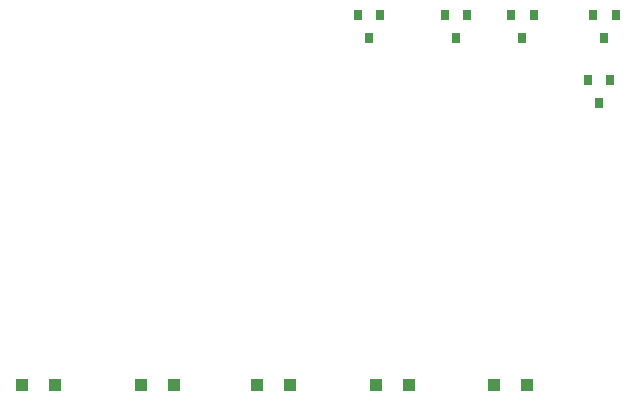
<source format=gbr>
%TF.GenerationSoftware,KiCad,Pcbnew,(5.1.9)-1*%
%TF.CreationDate,2021-03-07T19:12:45-05:00*%
%TF.ProjectId,bigp4ppa,62696770-3470-4706-912e-6b696361645f,rev?*%
%TF.SameCoordinates,Original*%
%TF.FileFunction,Paste,Bot*%
%TF.FilePolarity,Positive*%
%FSLAX46Y46*%
G04 Gerber Fmt 4.6, Leading zero omitted, Abs format (unit mm)*
G04 Created by KiCad (PCBNEW (5.1.9)-1) date 2021-03-07 19:12:45*
%MOMM*%
%LPD*%
G01*
G04 APERTURE LIST*
%ADD10R,0.800000X0.900000*%
%ADD11R,1.100000X1.100000*%
G04 APERTURE END LIST*
D10*
%TO.C,Q6*%
X130937000Y-63500000D03*
X131887000Y-61500000D03*
X129987000Y-61500000D03*
%TD*%
D11*
%TO.C,D5*%
X124400000Y-92850000D03*
X121600000Y-92850000D03*
%TD*%
%TO.C,D4*%
X114400000Y-92850000D03*
X111600000Y-92850000D03*
%TD*%
%TO.C,D3*%
X104300000Y-92850000D03*
X101500000Y-92850000D03*
%TD*%
%TO.C,D2*%
X94500000Y-92850000D03*
X91700000Y-92850000D03*
%TD*%
%TO.C,D1*%
X84400000Y-92850000D03*
X81600000Y-92850000D03*
%TD*%
D10*
%TO.C,Q1*%
X129550000Y-67000000D03*
X131450000Y-67000000D03*
X130500000Y-69000000D03*
%TD*%
%TO.C,Q5*%
X118364000Y-63500000D03*
X119314000Y-61500000D03*
X117414000Y-61500000D03*
%TD*%
%TO.C,Q4*%
X124000000Y-63500000D03*
X124950000Y-61500000D03*
X123050000Y-61500000D03*
%TD*%
%TO.C,Q3*%
X111000000Y-63500000D03*
X111950000Y-61500000D03*
X110050000Y-61500000D03*
%TD*%
M02*

</source>
